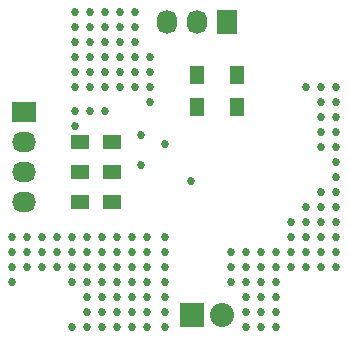
<source format=gbs>
G04 #@! TF.FileFunction,Soldermask,Bot*
%FSLAX46Y46*%
G04 Gerber Fmt 4.6, Leading zero omitted, Abs format (unit mm)*
G04 Created by KiCad (PCBNEW 0.201508140901+6091~28~ubuntu14.04.1-product) date Mon 19 Oct 2015 05:24:07 PM CEST*
%MOMM*%
G01*
G04 APERTURE LIST*
%ADD10C,0.100000*%
%ADD11C,0.685800*%
%ADD12R,2.032000X1.727200*%
%ADD13O,2.032000X1.727200*%
%ADD14R,2.032000X2.032000*%
%ADD15O,2.032000X2.032000*%
%ADD16R,1.727200X2.032000*%
%ADD17O,1.727200X2.032000*%
%ADD18R,1.300000X1.500000*%
%ADD19R,1.500000X1.300000*%
G04 APERTURE END LIST*
D10*
D11*
X169926000Y-87376000D03*
X169926000Y-86106000D03*
X169926000Y-84836000D03*
X169926000Y-83566000D03*
X168656000Y-82296000D03*
X169926000Y-82296000D03*
X171196000Y-82296000D03*
X171196000Y-83566000D03*
X171196000Y-84836000D03*
X171196000Y-86106000D03*
X171196000Y-87376000D03*
X171196000Y-88646000D03*
X171196000Y-89916000D03*
X156718000Y-87122000D03*
X154686000Y-86360000D03*
X158877000Y-90297000D03*
X151638000Y-84328000D03*
X149098000Y-85598000D03*
X150368000Y-84328000D03*
X154686000Y-88900000D03*
X155194000Y-94996000D03*
X153924000Y-94996000D03*
X152654000Y-94996000D03*
X151384000Y-94996000D03*
X150114000Y-94996000D03*
X148844000Y-94996000D03*
X147574000Y-94996000D03*
X146304000Y-94996000D03*
X145034000Y-94996000D03*
X156718000Y-101346000D03*
X156718000Y-102616000D03*
X156718000Y-100076000D03*
X156718000Y-94996000D03*
X155194000Y-102616000D03*
X153924000Y-102616000D03*
X152654000Y-102616000D03*
X151384000Y-102616000D03*
X150114000Y-102616000D03*
X148844000Y-102616000D03*
X156718000Y-98806000D03*
X156718000Y-97536000D03*
X156718000Y-96266000D03*
X155194000Y-101346000D03*
X153924000Y-101346000D03*
X152654000Y-101346000D03*
X151384000Y-101346000D03*
X150114000Y-101346000D03*
X155194000Y-100076000D03*
X153924000Y-100076000D03*
X152654000Y-100076000D03*
X151384000Y-100076000D03*
X150114000Y-100076000D03*
X155194000Y-98806000D03*
X153924000Y-98806000D03*
X152654000Y-98806000D03*
X151384000Y-98806000D03*
X150114000Y-98806000D03*
X148844000Y-98806000D03*
X143764000Y-98806000D03*
X155194000Y-97536000D03*
X153924000Y-97536000D03*
X152654000Y-97536000D03*
X151384000Y-97536000D03*
X150114000Y-97536000D03*
X148844000Y-97536000D03*
X147574000Y-97536000D03*
X146304000Y-97536000D03*
X145034000Y-97536000D03*
X143764000Y-97536000D03*
X155194000Y-96266000D03*
X153924000Y-96266000D03*
X152654000Y-96266000D03*
X151384000Y-96266000D03*
X150114000Y-96266000D03*
X148844000Y-96266000D03*
X147574000Y-96266000D03*
X146304000Y-96266000D03*
X145034000Y-96266000D03*
X143764000Y-96266000D03*
X143764000Y-94996000D03*
X166116000Y-102616000D03*
X164846000Y-102616000D03*
X163576000Y-102616000D03*
X166116000Y-101346000D03*
X164846000Y-101346000D03*
X163576000Y-101346000D03*
X166116000Y-100076000D03*
X164846000Y-100076000D03*
X163576000Y-100076000D03*
X166116000Y-98806000D03*
X164846000Y-98806000D03*
X163576000Y-98806000D03*
X162306000Y-98806000D03*
X166116000Y-97536000D03*
X164846000Y-97536000D03*
X163576000Y-97536000D03*
X162306000Y-97536000D03*
X166116000Y-96266000D03*
X164846000Y-96266000D03*
X163576000Y-96266000D03*
X162306000Y-96266000D03*
X171196000Y-97536000D03*
X169926000Y-97536000D03*
X168656000Y-97536000D03*
X167386000Y-97536000D03*
X171196000Y-96266000D03*
X169926000Y-96266000D03*
X168656000Y-96266000D03*
X167386000Y-96266000D03*
X171196000Y-94996000D03*
X169926000Y-94996000D03*
X168656000Y-94996000D03*
X167386000Y-94996000D03*
X171196000Y-93726000D03*
X169926000Y-93726000D03*
X168656000Y-93726000D03*
X167386000Y-93726000D03*
X171196000Y-92456000D03*
X169926000Y-92456000D03*
X168656000Y-92456000D03*
X171196000Y-91186000D03*
X169926000Y-91186000D03*
X155448000Y-79756000D03*
X155448000Y-81026000D03*
X155448000Y-82296000D03*
X155448000Y-83566000D03*
X149098000Y-84328000D03*
X154178000Y-82296000D03*
X152908000Y-82296000D03*
X151638000Y-82296000D03*
X150368000Y-82296000D03*
X149098000Y-82296000D03*
X154178000Y-81026000D03*
X152908000Y-81026000D03*
X151638000Y-81026000D03*
X150368000Y-81026000D03*
X149098000Y-81026000D03*
X154178000Y-79756000D03*
X152908000Y-79756000D03*
X151638000Y-79756000D03*
X150368000Y-79756000D03*
X149098000Y-79756000D03*
X154178000Y-78486000D03*
X152908000Y-78486000D03*
X151638000Y-78486000D03*
X150368000Y-78486000D03*
X149098000Y-78486000D03*
X154178000Y-77216000D03*
X152908000Y-77216000D03*
X151638000Y-77216000D03*
X150368000Y-77216000D03*
X149098000Y-77216000D03*
X154178000Y-75946000D03*
X152908000Y-75946000D03*
X151638000Y-75946000D03*
X150368000Y-75946000D03*
D12*
X144780000Y-84455000D03*
D13*
X144780000Y-86995000D03*
X144780000Y-89535000D03*
X144780000Y-92075000D03*
D14*
X159004000Y-101600000D03*
D15*
X161544000Y-101600000D03*
D16*
X161925000Y-76835000D03*
D17*
X159385000Y-76835000D03*
X156845000Y-76835000D03*
D18*
X159385000Y-84027000D03*
X159385000Y-81327000D03*
X162814000Y-84027000D03*
X162814000Y-81327000D03*
D19*
X152226000Y-89535000D03*
X149526000Y-89535000D03*
X152226000Y-86995000D03*
X149526000Y-86995000D03*
X152226000Y-92075000D03*
X149526000Y-92075000D03*
D11*
X149098000Y-75946000D03*
M02*

</source>
